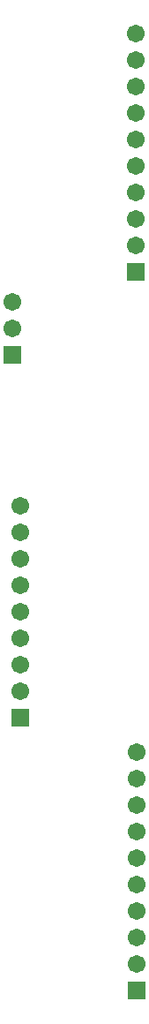
<source format=gbs>
%FSTAX23Y23*%
%MOIN*%
%SFA1B1*%

%IPPOS*%
%ADD12C,0.067060*%
%ADD13R,0.067060X0.067060*%
%LNpcb2-1*%
%LPD*%
G54D12*
X01635Y04056D03*
Y04756D03*
Y04656D03*
Y04556D03*
Y04456D03*
Y04356D03*
Y04256D03*
Y04156D03*
Y03956D03*
X0164Y0134D03*
Y0204D03*
Y0194D03*
Y0184D03*
Y0174D03*
Y0164D03*
Y0154D03*
Y0144D03*
Y0124D03*
X012Y0237D03*
Y0247D03*
Y0257D03*
Y0267D03*
Y0277D03*
Y0287D03*
Y0297D03*
Y0227D03*
X0117Y0364D03*
Y0374D03*
G54D13*
X01635Y03856D03*
X0164Y0114D03*
X012Y0217D03*
X0117Y0354D03*
M02*
</source>
